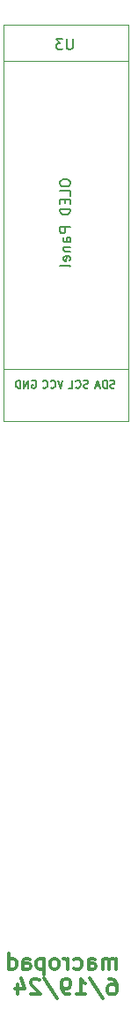
<source format=gbr>
%TF.GenerationSoftware,KiCad,Pcbnew,8.0.2*%
%TF.CreationDate,2024-06-24T21:48:59-04:00*%
%TF.ProjectId,MacroPad,4d616372-6f50-4616-942e-6b696361645f,rev?*%
%TF.SameCoordinates,Original*%
%TF.FileFunction,Legend,Bot*%
%TF.FilePolarity,Positive*%
%FSLAX46Y46*%
G04 Gerber Fmt 4.6, Leading zero omitted, Abs format (unit mm)*
G04 Created by KiCad (PCBNEW 8.0.2) date 2024-06-24 21:48:59*
%MOMM*%
%LPD*%
G01*
G04 APERTURE LIST*
%ADD10C,0.300000*%
%ADD11C,0.150000*%
%ADD12C,0.040000*%
G04 APERTURE END LIST*
D10*
X94945489Y-153185912D02*
X94945489Y-152185912D01*
X94945489Y-152328769D02*
X94874060Y-152257341D01*
X94874060Y-152257341D02*
X94731203Y-152185912D01*
X94731203Y-152185912D02*
X94516917Y-152185912D01*
X94516917Y-152185912D02*
X94374060Y-152257341D01*
X94374060Y-152257341D02*
X94302632Y-152400198D01*
X94302632Y-152400198D02*
X94302632Y-153185912D01*
X94302632Y-152400198D02*
X94231203Y-152257341D01*
X94231203Y-152257341D02*
X94088346Y-152185912D01*
X94088346Y-152185912D02*
X93874060Y-152185912D01*
X93874060Y-152185912D02*
X93731203Y-152257341D01*
X93731203Y-152257341D02*
X93659774Y-152400198D01*
X93659774Y-152400198D02*
X93659774Y-153185912D01*
X92302632Y-153185912D02*
X92302632Y-152400198D01*
X92302632Y-152400198D02*
X92374060Y-152257341D01*
X92374060Y-152257341D02*
X92516917Y-152185912D01*
X92516917Y-152185912D02*
X92802632Y-152185912D01*
X92802632Y-152185912D02*
X92945489Y-152257341D01*
X92302632Y-153114484D02*
X92445489Y-153185912D01*
X92445489Y-153185912D02*
X92802632Y-153185912D01*
X92802632Y-153185912D02*
X92945489Y-153114484D01*
X92945489Y-153114484D02*
X93016917Y-152971626D01*
X93016917Y-152971626D02*
X93016917Y-152828769D01*
X93016917Y-152828769D02*
X92945489Y-152685912D01*
X92945489Y-152685912D02*
X92802632Y-152614484D01*
X92802632Y-152614484D02*
X92445489Y-152614484D01*
X92445489Y-152614484D02*
X92302632Y-152543055D01*
X90945489Y-153114484D02*
X91088346Y-153185912D01*
X91088346Y-153185912D02*
X91374060Y-153185912D01*
X91374060Y-153185912D02*
X91516917Y-153114484D01*
X91516917Y-153114484D02*
X91588346Y-153043055D01*
X91588346Y-153043055D02*
X91659774Y-152900198D01*
X91659774Y-152900198D02*
X91659774Y-152471626D01*
X91659774Y-152471626D02*
X91588346Y-152328769D01*
X91588346Y-152328769D02*
X91516917Y-152257341D01*
X91516917Y-152257341D02*
X91374060Y-152185912D01*
X91374060Y-152185912D02*
X91088346Y-152185912D01*
X91088346Y-152185912D02*
X90945489Y-152257341D01*
X90302632Y-153185912D02*
X90302632Y-152185912D01*
X90302632Y-152471626D02*
X90231203Y-152328769D01*
X90231203Y-152328769D02*
X90159775Y-152257341D01*
X90159775Y-152257341D02*
X90016917Y-152185912D01*
X90016917Y-152185912D02*
X89874060Y-152185912D01*
X89159775Y-153185912D02*
X89302632Y-153114484D01*
X89302632Y-153114484D02*
X89374061Y-153043055D01*
X89374061Y-153043055D02*
X89445489Y-152900198D01*
X89445489Y-152900198D02*
X89445489Y-152471626D01*
X89445489Y-152471626D02*
X89374061Y-152328769D01*
X89374061Y-152328769D02*
X89302632Y-152257341D01*
X89302632Y-152257341D02*
X89159775Y-152185912D01*
X89159775Y-152185912D02*
X88945489Y-152185912D01*
X88945489Y-152185912D02*
X88802632Y-152257341D01*
X88802632Y-152257341D02*
X88731204Y-152328769D01*
X88731204Y-152328769D02*
X88659775Y-152471626D01*
X88659775Y-152471626D02*
X88659775Y-152900198D01*
X88659775Y-152900198D02*
X88731204Y-153043055D01*
X88731204Y-153043055D02*
X88802632Y-153114484D01*
X88802632Y-153114484D02*
X88945489Y-153185912D01*
X88945489Y-153185912D02*
X89159775Y-153185912D01*
X88016918Y-152185912D02*
X88016918Y-153685912D01*
X88016918Y-152257341D02*
X87874061Y-152185912D01*
X87874061Y-152185912D02*
X87588346Y-152185912D01*
X87588346Y-152185912D02*
X87445489Y-152257341D01*
X87445489Y-152257341D02*
X87374061Y-152328769D01*
X87374061Y-152328769D02*
X87302632Y-152471626D01*
X87302632Y-152471626D02*
X87302632Y-152900198D01*
X87302632Y-152900198D02*
X87374061Y-153043055D01*
X87374061Y-153043055D02*
X87445489Y-153114484D01*
X87445489Y-153114484D02*
X87588346Y-153185912D01*
X87588346Y-153185912D02*
X87874061Y-153185912D01*
X87874061Y-153185912D02*
X88016918Y-153114484D01*
X86016918Y-153185912D02*
X86016918Y-152400198D01*
X86016918Y-152400198D02*
X86088346Y-152257341D01*
X86088346Y-152257341D02*
X86231203Y-152185912D01*
X86231203Y-152185912D02*
X86516918Y-152185912D01*
X86516918Y-152185912D02*
X86659775Y-152257341D01*
X86016918Y-153114484D02*
X86159775Y-153185912D01*
X86159775Y-153185912D02*
X86516918Y-153185912D01*
X86516918Y-153185912D02*
X86659775Y-153114484D01*
X86659775Y-153114484D02*
X86731203Y-152971626D01*
X86731203Y-152971626D02*
X86731203Y-152828769D01*
X86731203Y-152828769D02*
X86659775Y-152685912D01*
X86659775Y-152685912D02*
X86516918Y-152614484D01*
X86516918Y-152614484D02*
X86159775Y-152614484D01*
X86159775Y-152614484D02*
X86016918Y-152543055D01*
X84659775Y-153185912D02*
X84659775Y-151685912D01*
X84659775Y-153114484D02*
X84802632Y-153185912D01*
X84802632Y-153185912D02*
X85088346Y-153185912D01*
X85088346Y-153185912D02*
X85231203Y-153114484D01*
X85231203Y-153114484D02*
X85302632Y-153043055D01*
X85302632Y-153043055D02*
X85374060Y-152900198D01*
X85374060Y-152900198D02*
X85374060Y-152471626D01*
X85374060Y-152471626D02*
X85302632Y-152328769D01*
X85302632Y-152328769D02*
X85231203Y-152257341D01*
X85231203Y-152257341D02*
X85088346Y-152185912D01*
X85088346Y-152185912D02*
X84802632Y-152185912D01*
X84802632Y-152185912D02*
X84659775Y-152257341D01*
X94302632Y-154100828D02*
X94588346Y-154100828D01*
X94588346Y-154100828D02*
X94731203Y-154172257D01*
X94731203Y-154172257D02*
X94802632Y-154243685D01*
X94802632Y-154243685D02*
X94945489Y-154457971D01*
X94945489Y-154457971D02*
X95016917Y-154743685D01*
X95016917Y-154743685D02*
X95016917Y-155315114D01*
X95016917Y-155315114D02*
X94945489Y-155457971D01*
X94945489Y-155457971D02*
X94874060Y-155529400D01*
X94874060Y-155529400D02*
X94731203Y-155600828D01*
X94731203Y-155600828D02*
X94445489Y-155600828D01*
X94445489Y-155600828D02*
X94302632Y-155529400D01*
X94302632Y-155529400D02*
X94231203Y-155457971D01*
X94231203Y-155457971D02*
X94159774Y-155315114D01*
X94159774Y-155315114D02*
X94159774Y-154957971D01*
X94159774Y-154957971D02*
X94231203Y-154815114D01*
X94231203Y-154815114D02*
X94302632Y-154743685D01*
X94302632Y-154743685D02*
X94445489Y-154672257D01*
X94445489Y-154672257D02*
X94731203Y-154672257D01*
X94731203Y-154672257D02*
X94874060Y-154743685D01*
X94874060Y-154743685D02*
X94945489Y-154815114D01*
X94945489Y-154815114D02*
X95016917Y-154957971D01*
X92445489Y-154029400D02*
X93731203Y-155957971D01*
X91159774Y-155600828D02*
X92016917Y-155600828D01*
X91588346Y-155600828D02*
X91588346Y-154100828D01*
X91588346Y-154100828D02*
X91731203Y-154315114D01*
X91731203Y-154315114D02*
X91874060Y-154457971D01*
X91874060Y-154457971D02*
X92016917Y-154529400D01*
X90445489Y-155600828D02*
X90159775Y-155600828D01*
X90159775Y-155600828D02*
X90016918Y-155529400D01*
X90016918Y-155529400D02*
X89945489Y-155457971D01*
X89945489Y-155457971D02*
X89802632Y-155243685D01*
X89802632Y-155243685D02*
X89731203Y-154957971D01*
X89731203Y-154957971D02*
X89731203Y-154386542D01*
X89731203Y-154386542D02*
X89802632Y-154243685D01*
X89802632Y-154243685D02*
X89874061Y-154172257D01*
X89874061Y-154172257D02*
X90016918Y-154100828D01*
X90016918Y-154100828D02*
X90302632Y-154100828D01*
X90302632Y-154100828D02*
X90445489Y-154172257D01*
X90445489Y-154172257D02*
X90516918Y-154243685D01*
X90516918Y-154243685D02*
X90588346Y-154386542D01*
X90588346Y-154386542D02*
X90588346Y-154743685D01*
X90588346Y-154743685D02*
X90516918Y-154886542D01*
X90516918Y-154886542D02*
X90445489Y-154957971D01*
X90445489Y-154957971D02*
X90302632Y-155029400D01*
X90302632Y-155029400D02*
X90016918Y-155029400D01*
X90016918Y-155029400D02*
X89874061Y-154957971D01*
X89874061Y-154957971D02*
X89802632Y-154886542D01*
X89802632Y-154886542D02*
X89731203Y-154743685D01*
X88016918Y-154029400D02*
X89302632Y-155957971D01*
X87588346Y-154243685D02*
X87516918Y-154172257D01*
X87516918Y-154172257D02*
X87374061Y-154100828D01*
X87374061Y-154100828D02*
X87016918Y-154100828D01*
X87016918Y-154100828D02*
X86874061Y-154172257D01*
X86874061Y-154172257D02*
X86802632Y-154243685D01*
X86802632Y-154243685D02*
X86731203Y-154386542D01*
X86731203Y-154386542D02*
X86731203Y-154529400D01*
X86731203Y-154529400D02*
X86802632Y-154743685D01*
X86802632Y-154743685D02*
X87659775Y-155600828D01*
X87659775Y-155600828D02*
X86731203Y-155600828D01*
X85445490Y-154600828D02*
X85445490Y-155600828D01*
X85802632Y-154029400D02*
X86159775Y-155100828D01*
X86159775Y-155100828D02*
X85231204Y-155100828D01*
D11*
X90786904Y-63969819D02*
X90786904Y-64779342D01*
X90786904Y-64779342D02*
X90739285Y-64874580D01*
X90739285Y-64874580D02*
X90691666Y-64922200D01*
X90691666Y-64922200D02*
X90596428Y-64969819D01*
X90596428Y-64969819D02*
X90405952Y-64969819D01*
X90405952Y-64969819D02*
X90310714Y-64922200D01*
X90310714Y-64922200D02*
X90263095Y-64874580D01*
X90263095Y-64874580D02*
X90215476Y-64779342D01*
X90215476Y-64779342D02*
X90215476Y-63969819D01*
X89834523Y-63969819D02*
X89215476Y-63969819D01*
X89215476Y-63969819D02*
X89548809Y-64350771D01*
X89548809Y-64350771D02*
X89405952Y-64350771D01*
X89405952Y-64350771D02*
X89310714Y-64398390D01*
X89310714Y-64398390D02*
X89263095Y-64446009D01*
X89263095Y-64446009D02*
X89215476Y-64541247D01*
X89215476Y-64541247D02*
X89215476Y-64779342D01*
X89215476Y-64779342D02*
X89263095Y-64874580D01*
X89263095Y-64874580D02*
X89310714Y-64922200D01*
X89310714Y-64922200D02*
X89405952Y-64969819D01*
X89405952Y-64969819D02*
X89691666Y-64969819D01*
X89691666Y-64969819D02*
X89786904Y-64922200D01*
X89786904Y-64922200D02*
X89834523Y-64874580D01*
X89569819Y-77686428D02*
X89569819Y-77876904D01*
X89569819Y-77876904D02*
X89617438Y-77972142D01*
X89617438Y-77972142D02*
X89712676Y-78067380D01*
X89712676Y-78067380D02*
X89903152Y-78114999D01*
X89903152Y-78114999D02*
X90236485Y-78114999D01*
X90236485Y-78114999D02*
X90426961Y-78067380D01*
X90426961Y-78067380D02*
X90522200Y-77972142D01*
X90522200Y-77972142D02*
X90569819Y-77876904D01*
X90569819Y-77876904D02*
X90569819Y-77686428D01*
X90569819Y-77686428D02*
X90522200Y-77591190D01*
X90522200Y-77591190D02*
X90426961Y-77495952D01*
X90426961Y-77495952D02*
X90236485Y-77448333D01*
X90236485Y-77448333D02*
X89903152Y-77448333D01*
X89903152Y-77448333D02*
X89712676Y-77495952D01*
X89712676Y-77495952D02*
X89617438Y-77591190D01*
X89617438Y-77591190D02*
X89569819Y-77686428D01*
X90569819Y-79019761D02*
X90569819Y-78543571D01*
X90569819Y-78543571D02*
X89569819Y-78543571D01*
X90046009Y-79353095D02*
X90046009Y-79686428D01*
X90569819Y-79829285D02*
X90569819Y-79353095D01*
X90569819Y-79353095D02*
X89569819Y-79353095D01*
X89569819Y-79353095D02*
X89569819Y-79829285D01*
X90569819Y-80257857D02*
X89569819Y-80257857D01*
X89569819Y-80257857D02*
X89569819Y-80495952D01*
X89569819Y-80495952D02*
X89617438Y-80638809D01*
X89617438Y-80638809D02*
X89712676Y-80734047D01*
X89712676Y-80734047D02*
X89807914Y-80781666D01*
X89807914Y-80781666D02*
X89998390Y-80829285D01*
X89998390Y-80829285D02*
X90141247Y-80829285D01*
X90141247Y-80829285D02*
X90331723Y-80781666D01*
X90331723Y-80781666D02*
X90426961Y-80734047D01*
X90426961Y-80734047D02*
X90522200Y-80638809D01*
X90522200Y-80638809D02*
X90569819Y-80495952D01*
X90569819Y-80495952D02*
X90569819Y-80257857D01*
X90569819Y-82019762D02*
X89569819Y-82019762D01*
X89569819Y-82019762D02*
X89569819Y-82400714D01*
X89569819Y-82400714D02*
X89617438Y-82495952D01*
X89617438Y-82495952D02*
X89665057Y-82543571D01*
X89665057Y-82543571D02*
X89760295Y-82591190D01*
X89760295Y-82591190D02*
X89903152Y-82591190D01*
X89903152Y-82591190D02*
X89998390Y-82543571D01*
X89998390Y-82543571D02*
X90046009Y-82495952D01*
X90046009Y-82495952D02*
X90093628Y-82400714D01*
X90093628Y-82400714D02*
X90093628Y-82019762D01*
X90569819Y-83448333D02*
X90046009Y-83448333D01*
X90046009Y-83448333D02*
X89950771Y-83400714D01*
X89950771Y-83400714D02*
X89903152Y-83305476D01*
X89903152Y-83305476D02*
X89903152Y-83115000D01*
X89903152Y-83115000D02*
X89950771Y-83019762D01*
X90522200Y-83448333D02*
X90569819Y-83353095D01*
X90569819Y-83353095D02*
X90569819Y-83115000D01*
X90569819Y-83115000D02*
X90522200Y-83019762D01*
X90522200Y-83019762D02*
X90426961Y-82972143D01*
X90426961Y-82972143D02*
X90331723Y-82972143D01*
X90331723Y-82972143D02*
X90236485Y-83019762D01*
X90236485Y-83019762D02*
X90188866Y-83115000D01*
X90188866Y-83115000D02*
X90188866Y-83353095D01*
X90188866Y-83353095D02*
X90141247Y-83448333D01*
X89903152Y-83924524D02*
X90569819Y-83924524D01*
X89998390Y-83924524D02*
X89950771Y-83972143D01*
X89950771Y-83972143D02*
X89903152Y-84067381D01*
X89903152Y-84067381D02*
X89903152Y-84210238D01*
X89903152Y-84210238D02*
X89950771Y-84305476D01*
X89950771Y-84305476D02*
X90046009Y-84353095D01*
X90046009Y-84353095D02*
X90569819Y-84353095D01*
X90522200Y-85210238D02*
X90569819Y-85115000D01*
X90569819Y-85115000D02*
X90569819Y-84924524D01*
X90569819Y-84924524D02*
X90522200Y-84829286D01*
X90522200Y-84829286D02*
X90426961Y-84781667D01*
X90426961Y-84781667D02*
X90046009Y-84781667D01*
X90046009Y-84781667D02*
X89950771Y-84829286D01*
X89950771Y-84829286D02*
X89903152Y-84924524D01*
X89903152Y-84924524D02*
X89903152Y-85115000D01*
X89903152Y-85115000D02*
X89950771Y-85210238D01*
X89950771Y-85210238D02*
X90046009Y-85257857D01*
X90046009Y-85257857D02*
X90141247Y-85257857D01*
X90141247Y-85257857D02*
X90236485Y-84781667D01*
X90569819Y-85829286D02*
X90522200Y-85734048D01*
X90522200Y-85734048D02*
X90426961Y-85686429D01*
X90426961Y-85686429D02*
X89569819Y-85686429D01*
X94835713Y-97418450D02*
X94728571Y-97454164D01*
X94728571Y-97454164D02*
X94549999Y-97454164D01*
X94549999Y-97454164D02*
X94478571Y-97418450D01*
X94478571Y-97418450D02*
X94442856Y-97382735D01*
X94442856Y-97382735D02*
X94407142Y-97311307D01*
X94407142Y-97311307D02*
X94407142Y-97239878D01*
X94407142Y-97239878D02*
X94442856Y-97168450D01*
X94442856Y-97168450D02*
X94478571Y-97132735D01*
X94478571Y-97132735D02*
X94549999Y-97097021D01*
X94549999Y-97097021D02*
X94692856Y-97061307D01*
X94692856Y-97061307D02*
X94764285Y-97025592D01*
X94764285Y-97025592D02*
X94799999Y-96989878D01*
X94799999Y-96989878D02*
X94835713Y-96918450D01*
X94835713Y-96918450D02*
X94835713Y-96847021D01*
X94835713Y-96847021D02*
X94799999Y-96775592D01*
X94799999Y-96775592D02*
X94764285Y-96739878D01*
X94764285Y-96739878D02*
X94692856Y-96704164D01*
X94692856Y-96704164D02*
X94514285Y-96704164D01*
X94514285Y-96704164D02*
X94407142Y-96739878D01*
X94085713Y-97454164D02*
X94085713Y-96704164D01*
X94085713Y-96704164D02*
X93907142Y-96704164D01*
X93907142Y-96704164D02*
X93799999Y-96739878D01*
X93799999Y-96739878D02*
X93728570Y-96811307D01*
X93728570Y-96811307D02*
X93692856Y-96882735D01*
X93692856Y-96882735D02*
X93657142Y-97025592D01*
X93657142Y-97025592D02*
X93657142Y-97132735D01*
X93657142Y-97132735D02*
X93692856Y-97275592D01*
X93692856Y-97275592D02*
X93728570Y-97347021D01*
X93728570Y-97347021D02*
X93799999Y-97418450D01*
X93799999Y-97418450D02*
X93907142Y-97454164D01*
X93907142Y-97454164D02*
X94085713Y-97454164D01*
X93371427Y-97239878D02*
X93014285Y-97239878D01*
X93442856Y-97454164D02*
X93192856Y-96704164D01*
X93192856Y-96704164D02*
X92942856Y-97454164D01*
X86876428Y-96739878D02*
X86947857Y-96704164D01*
X86947857Y-96704164D02*
X87054999Y-96704164D01*
X87054999Y-96704164D02*
X87162142Y-96739878D01*
X87162142Y-96739878D02*
X87233571Y-96811307D01*
X87233571Y-96811307D02*
X87269285Y-96882735D01*
X87269285Y-96882735D02*
X87304999Y-97025592D01*
X87304999Y-97025592D02*
X87304999Y-97132735D01*
X87304999Y-97132735D02*
X87269285Y-97275592D01*
X87269285Y-97275592D02*
X87233571Y-97347021D01*
X87233571Y-97347021D02*
X87162142Y-97418450D01*
X87162142Y-97418450D02*
X87054999Y-97454164D01*
X87054999Y-97454164D02*
X86983571Y-97454164D01*
X86983571Y-97454164D02*
X86876428Y-97418450D01*
X86876428Y-97418450D02*
X86840714Y-97382735D01*
X86840714Y-97382735D02*
X86840714Y-97132735D01*
X86840714Y-97132735D02*
X86983571Y-97132735D01*
X86519285Y-97454164D02*
X86519285Y-96704164D01*
X86519285Y-96704164D02*
X86090714Y-97454164D01*
X86090714Y-97454164D02*
X86090714Y-96704164D01*
X85733571Y-97454164D02*
X85733571Y-96704164D01*
X85733571Y-96704164D02*
X85555000Y-96704164D01*
X85555000Y-96704164D02*
X85447857Y-96739878D01*
X85447857Y-96739878D02*
X85376428Y-96811307D01*
X85376428Y-96811307D02*
X85340714Y-96882735D01*
X85340714Y-96882735D02*
X85305000Y-97025592D01*
X85305000Y-97025592D02*
X85305000Y-97132735D01*
X85305000Y-97132735D02*
X85340714Y-97275592D01*
X85340714Y-97275592D02*
X85376428Y-97347021D01*
X85376428Y-97347021D02*
X85447857Y-97418450D01*
X85447857Y-97418450D02*
X85555000Y-97454164D01*
X85555000Y-97454164D02*
X85733571Y-97454164D01*
X92277856Y-97418450D02*
X92170714Y-97454164D01*
X92170714Y-97454164D02*
X91992142Y-97454164D01*
X91992142Y-97454164D02*
X91920714Y-97418450D01*
X91920714Y-97418450D02*
X91884999Y-97382735D01*
X91884999Y-97382735D02*
X91849285Y-97311307D01*
X91849285Y-97311307D02*
X91849285Y-97239878D01*
X91849285Y-97239878D02*
X91884999Y-97168450D01*
X91884999Y-97168450D02*
X91920714Y-97132735D01*
X91920714Y-97132735D02*
X91992142Y-97097021D01*
X91992142Y-97097021D02*
X92134999Y-97061307D01*
X92134999Y-97061307D02*
X92206428Y-97025592D01*
X92206428Y-97025592D02*
X92242142Y-96989878D01*
X92242142Y-96989878D02*
X92277856Y-96918450D01*
X92277856Y-96918450D02*
X92277856Y-96847021D01*
X92277856Y-96847021D02*
X92242142Y-96775592D01*
X92242142Y-96775592D02*
X92206428Y-96739878D01*
X92206428Y-96739878D02*
X92134999Y-96704164D01*
X92134999Y-96704164D02*
X91956428Y-96704164D01*
X91956428Y-96704164D02*
X91849285Y-96739878D01*
X91099285Y-97382735D02*
X91134999Y-97418450D01*
X91134999Y-97418450D02*
X91242142Y-97454164D01*
X91242142Y-97454164D02*
X91313570Y-97454164D01*
X91313570Y-97454164D02*
X91420713Y-97418450D01*
X91420713Y-97418450D02*
X91492142Y-97347021D01*
X91492142Y-97347021D02*
X91527856Y-97275592D01*
X91527856Y-97275592D02*
X91563570Y-97132735D01*
X91563570Y-97132735D02*
X91563570Y-97025592D01*
X91563570Y-97025592D02*
X91527856Y-96882735D01*
X91527856Y-96882735D02*
X91492142Y-96811307D01*
X91492142Y-96811307D02*
X91420713Y-96739878D01*
X91420713Y-96739878D02*
X91313570Y-96704164D01*
X91313570Y-96704164D02*
X91242142Y-96704164D01*
X91242142Y-96704164D02*
X91134999Y-96739878D01*
X91134999Y-96739878D02*
X91099285Y-96775592D01*
X90420713Y-97454164D02*
X90777856Y-97454164D01*
X90777856Y-97454164D02*
X90777856Y-96704164D01*
X89844999Y-96704164D02*
X89594999Y-97454164D01*
X89594999Y-97454164D02*
X89344999Y-96704164D01*
X88666428Y-97382735D02*
X88702142Y-97418450D01*
X88702142Y-97418450D02*
X88809285Y-97454164D01*
X88809285Y-97454164D02*
X88880713Y-97454164D01*
X88880713Y-97454164D02*
X88987856Y-97418450D01*
X88987856Y-97418450D02*
X89059285Y-97347021D01*
X89059285Y-97347021D02*
X89094999Y-97275592D01*
X89094999Y-97275592D02*
X89130713Y-97132735D01*
X89130713Y-97132735D02*
X89130713Y-97025592D01*
X89130713Y-97025592D02*
X89094999Y-96882735D01*
X89094999Y-96882735D02*
X89059285Y-96811307D01*
X89059285Y-96811307D02*
X88987856Y-96739878D01*
X88987856Y-96739878D02*
X88880713Y-96704164D01*
X88880713Y-96704164D02*
X88809285Y-96704164D01*
X88809285Y-96704164D02*
X88702142Y-96739878D01*
X88702142Y-96739878D02*
X88666428Y-96775592D01*
X87916428Y-97382735D02*
X87952142Y-97418450D01*
X87952142Y-97418450D02*
X88059285Y-97454164D01*
X88059285Y-97454164D02*
X88130713Y-97454164D01*
X88130713Y-97454164D02*
X88237856Y-97418450D01*
X88237856Y-97418450D02*
X88309285Y-97347021D01*
X88309285Y-97347021D02*
X88344999Y-97275592D01*
X88344999Y-97275592D02*
X88380713Y-97132735D01*
X88380713Y-97132735D02*
X88380713Y-97025592D01*
X88380713Y-97025592D02*
X88344999Y-96882735D01*
X88344999Y-96882735D02*
X88309285Y-96811307D01*
X88309285Y-96811307D02*
X88237856Y-96739878D01*
X88237856Y-96739878D02*
X88130713Y-96704164D01*
X88130713Y-96704164D02*
X88059285Y-96704164D01*
X88059285Y-96704164D02*
X87952142Y-96739878D01*
X87952142Y-96739878D02*
X87916428Y-96775592D01*
D12*
%TO.C,U3*%
X84115000Y-62615000D02*
X84115000Y-100615000D01*
X84115000Y-100615000D02*
X96115000Y-100615000D01*
X96115000Y-62615000D02*
X84115000Y-62615000D01*
X96115000Y-66115000D02*
X84115000Y-66115000D01*
X96115000Y-95615000D02*
X84115000Y-95615000D01*
X96115000Y-100615000D02*
X96115000Y-62615000D01*
%TD*%
M02*

</source>
